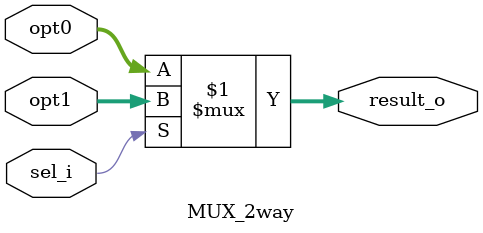
<source format=v>
module MUX_2way(
	opt0,
	opt1,
	sel_i,
	result_o
);

input [31:0]		opt0;
input [31:0]		opt1;
input 				sel_i;
output [31:0]	result_o;

assign result_o = (sel_i) ? (opt1) : (opt0);

endmodule

</source>
